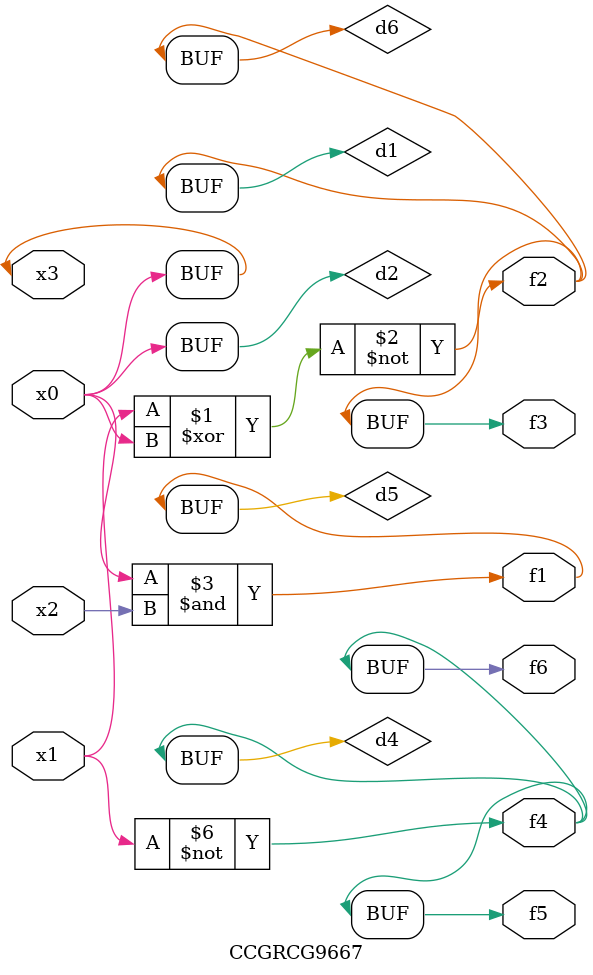
<source format=v>
module CCGRCG9667(
	input x0, x1, x2, x3,
	output f1, f2, f3, f4, f5, f6
);

	wire d1, d2, d3, d4, d5, d6;

	xnor (d1, x1, x3);
	buf (d2, x0, x3);
	nand (d3, x0, x2);
	not (d4, x1);
	nand (d5, d3);
	or (d6, d1);
	assign f1 = d5;
	assign f2 = d6;
	assign f3 = d6;
	assign f4 = d4;
	assign f5 = d4;
	assign f6 = d4;
endmodule

</source>
